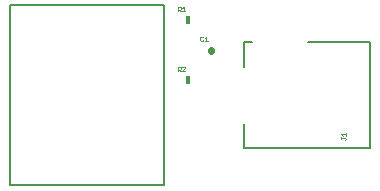
<source format=gto>
G75*
G70*
%OFA0B0*%
%FSLAX24Y24*%
%IPPOS*%
%LPD*%
%AMOC8*
5,1,8,0,0,1.08239X$1,22.5*
%
%ADD10C,0.0080*%
%ADD11C,0.0010*%
%ADD12R,0.0180X0.0300*%
%ADD13C,0.0220*%
D10*
X003211Y000140D02*
X008329Y000140D01*
X008329Y006140D01*
X003211Y006140D01*
X003211Y000140D01*
X010998Y001368D02*
X010998Y002195D01*
X010998Y001368D02*
X015211Y001368D01*
X015211Y004912D01*
X013124Y004912D01*
X011274Y004912D02*
X010998Y004912D01*
X010998Y004085D01*
D11*
X009044Y004070D02*
X009019Y004095D01*
X008969Y004095D01*
X008944Y004070D01*
X008897Y004070D02*
X008897Y004020D01*
X008872Y003995D01*
X008797Y003995D01*
X008797Y003945D02*
X008797Y004095D01*
X008872Y004095D01*
X008897Y004070D01*
X008847Y003995D02*
X008897Y003945D01*
X008944Y003945D02*
X009044Y004045D01*
X009044Y004070D01*
X009044Y003945D02*
X008944Y003945D01*
X009572Y004945D02*
X009622Y004945D01*
X009647Y004970D01*
X009694Y004945D02*
X009794Y004945D01*
X009744Y004945D02*
X009744Y005095D01*
X009694Y005045D01*
X009647Y005070D02*
X009622Y005095D01*
X009572Y005095D01*
X009547Y005070D01*
X009547Y004970D01*
X009572Y004945D01*
X009044Y005945D02*
X008944Y005945D01*
X008897Y005945D02*
X008847Y005995D01*
X008872Y005995D02*
X008797Y005995D01*
X008797Y005945D02*
X008797Y006095D01*
X008872Y006095D01*
X008897Y006070D01*
X008897Y006020D01*
X008872Y005995D01*
X008944Y006045D02*
X008994Y006095D01*
X008994Y005945D01*
X014387Y001892D02*
X014387Y001792D01*
X014387Y001842D02*
X014237Y001842D01*
X014287Y001792D01*
X014237Y001745D02*
X014237Y001695D01*
X014237Y001720D02*
X014362Y001720D01*
X014387Y001695D01*
X014387Y001670D01*
X014362Y001645D01*
D12*
X009142Y003640D03*
X009142Y005640D03*
D13*
X009892Y004652D02*
X009892Y004628D01*
M02*

</source>
